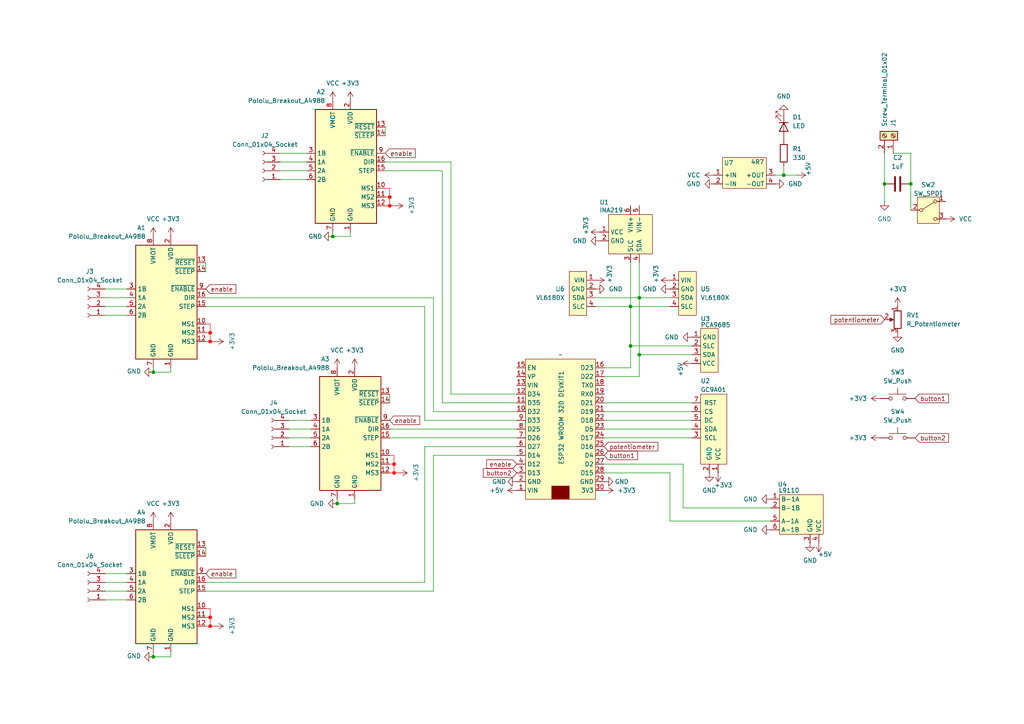
<source format=kicad_sch>
(kicad_sch (version 20231120) (generator "eeschema") (generator_version "8.0")
  (paper "A4")
  (title_block (title "Main robot pcb") (date "2025-02-21") (rev "v1.0") (company "Nantrobot") (comment 4 "Author: Alexis MORICE"))
  (lib_symbols
    (symbol "Connector:Conn_01x04_Socket" (pin_names (offset 1.016) hide)
      (property "Reference" "J" (at 0 5.08 0))
      (property "Value" "Conn_01x04_Socket" (at 0 -7.62 0))
      (symbol "Conn_01x04_Socket_1_1"
        (arc (start 0 -4.572) (mid -0.5058 -5.08) (end 0 -5.588) (stroke (width 0.1524)))
        (arc (start 0 -2.032) (mid -0.5058 -2.54) (end 0 -3.048) (stroke (width 0.1524)))
        (polyline (pts (xy -1.27 -5.08) (xy -0.508 -5.08)) (stroke (width 0.1524)))
        (polyline (pts (xy -1.27 -2.54) (xy -0.508 -2.54)) (stroke (width 0.1524)))
        (polyline (pts (xy -1.27 0) (xy -0.508 0)) (stroke (width 0.1524)))
        (polyline (pts (xy -1.27 2.54) (xy -0.508 2.54)) (stroke (width 0.1524)))
        (arc (start 0 0.508) (mid -0.5058 0) (end 0 -0.508) (stroke (width 0.1524)))
        (arc (start 0 3.048) (mid -0.5058 2.54) (end 0 2.032) (stroke (width 0.1524)))
        (pin passive line (at -5.08 2.54 0) (length 3.81) (name "Pin_1") (number "1"))
        (pin passive line (at -5.08 0 0) (length 3.81) (name "Pin_2") (number "2"))
        (pin passive line (at -5.08 -2.54 0) (length 3.81) (name "Pin_3") (number "3"))
        (pin passive line (at -5.08 -5.08 0) (length 3.81) (name "Pin_4") (number "4"))
      )
    )
    (symbol "Connector:Screw_Terminal_01x02" (pin_names (offset 1.016) hide)
      (property "Reference" "J" (at 0 2.54 0))
      (property "Value" "Screw_Terminal_01x02" (at 0 -5.08 0))
      (symbol "Screw_Terminal_01x02_1_1"
        (rectangle (start -1.27 1.27) (end 1.27 -3.81) (stroke (width 0.254)) (fill (type background)))
        (circle (center 0 -2.54) (radius 0.635) (stroke (width 0.1524)))
        (polyline (pts (xy -0.5334 -2.2098) (xy 0.3302 -3.048)) (stroke (width 0.1524)))
        (polyline (pts (xy -0.5334 0.3302) (xy 0.3302 -0.508)) (stroke (width 0.1524)))
        (polyline (pts (xy -0.3556 -2.032) (xy 0.508 -2.8702)) (stroke (width 0.1524)))
        (polyline (pts (xy -0.3556 0.508) (xy 0.508 -0.3302)) (stroke (width 0.1524)))
        (circle (center 0 0) (radius 0.635) (stroke (width 0.1524)))
        (pin passive line (at -5.08 0 0) (length 3.81) (name "Pin_1") (number "1"))
        (pin passive line (at -5.08 -2.54 0) (length 3.81) (name "Pin_2") (number "2"))
      )
    )
    (symbol "Device:C" (pin_numbers hide) (pin_names (offset 0.254))
      (property "Reference" "C" (at 0.635 2.54 0))
      (property "Value" "C" (at 0.635 -2.54 0))
      (symbol "C_0_1"
        (polyline (pts (xy -2.032 -0.762) (xy 2.032 -0.762)) (stroke (width 0.508)))
        (polyline (pts (xy -2.032 0.762) (xy 2.032 0.762)) (stroke (width 0.508)))
      )
      (symbol "C_1_1"
        (pin passive line (at 0 3.81 270) (length 2.794) (name "~") (number "1"))
        (pin passive line (at 0 -3.81 90) (length 2.794) (name "~") (number "2"))
      )
    )
    (symbol "Device:LED" (pin_numbers hide) (pin_names (offset 1.016) hide)
      (property "Reference" "D" (at 0 2.54 0))
      (property "Value" "LED" (at 0 -2.54 0))
      (symbol "LED_0_1"
        (polyline (pts (xy -1.27 -1.27) (xy -1.27 1.27)) (stroke (width 0.254)))
        (polyline (pts (xy -1.27 0) (xy 1.27 0)))
        (polyline (pts (xy 1.27 -1.27) (xy 1.27 1.27) (xy -1.27 0) (xy 1.27 -1.27)) (stroke (width 0.254)))
        (polyline (pts (xy -3.048 -0.762) (xy -4.572 -2.286) (xy -3.81 -2.286) (xy -4.572 -2.286) (xy -4.572 -1.524)))
        (polyline (pts (xy -1.778 -0.762) (xy -3.302 -2.286) (xy -2.54 -2.286) (xy -3.302 -2.286) (xy -3.302 -1.524)))
      )
      (symbol "LED_1_1"
        (pin passive line (at -3.81 0 0) (length 2.54) (name "K") (number "1"))
        (pin passive line (at 3.81 0 180) (length 2.54) (name "A") (number "2"))
      )
    )
    (symbol "Device:R" (pin_numbers hide) (pin_names (offset 0))
      (property "Reference" "R" (at 2.032 0 90))
      (property "Value" "R" (at 0 0 90))
      (symbol "R_0_1"
        (rectangle (start -1.016 -2.54) (end 1.016 2.54) (stroke (width 0.254)))
      )
      (symbol "R_1_1"
        (pin passive line (at 0 3.81 270) (length 1.27) (name "~") (number "1"))
        (pin passive line (at 0 -3.81 90) (length 1.27) (name "~") (number "2"))
      )
    )
    (symbol "Device:R_Potentiometer" (pin_names (offset 1.016) hide)
      (property "Reference" "RV" (at -4.445 0 90))
      (property "Value" "R_Potentiometer" (at -2.54 0 90))
      (symbol "R_Potentiometer_0_1"
        (polyline (pts (xy 2.54 0) (xy 1.524 0)))
        (polyline (pts (xy 1.143 0) (xy 2.286 0.508) (xy 2.286 -0.508) (xy 1.143 0)) (fill (type outline)))
        (rectangle (start 1.016 2.54) (end -1.016 -2.54) (stroke (width 0.254)))
      )
      (symbol "R_Potentiometer_1_1"
        (pin passive line (at 0 3.81 270) (length 1.27) (name "1") (number "1"))
        (pin passive line (at 3.81 0 180) (length 1.27) (name "2") (number "2"))
        (pin passive line (at 0 -3.81 90) (length 1.27) (name "3") (number "3"))
      )
    )
    (symbol "Driver_Motor:Pololu_Breakout_A4988"
      (property "Reference" "A3" (at 7.2741 20.32 0))
      (property "Value" "Pololu_Breakout_A4988" (at 7.2741 17.78 0))
      (symbol "Pololu_Breakout_A4988_0_1"
        (rectangle (start 10.16 -17.78) (end -7.62 15.24) (stroke (width 0.254)) (fill (type background)))
      )
      (symbol "Pololu_Breakout_A4988_1_1"
        (pin power_in line (at 0 -20.32 90) (length 2.54) (name "GND") (number "1"))
        (pin input line (at -10.16 -7.62 0) (length 2.54) (name "MS1") (number "10"))
        (pin input line (at -10.16 -10.16 0) (length 2.54) (name "MS2") (number "11"))
        (pin input line (at -10.16 -12.7 0) (length 2.54) (name "MS3") (number "12"))
        (pin input line (at -10.16 10.16 0) (length 2.54) (name "~{RESET}") (number "13"))
        (pin input line (at -10.16 7.62 0) (length 2.54) (name "~{SLEEP}") (number "14"))
        (pin input line (at -10.16 -2.54 0) (length 2.54) (name "STEP") (number "15"))
        (pin input line (at -10.16 0 0) (length 2.54) (name "DIR") (number "16"))
        (pin power_in line (at 0 17.78 270) (length 2.54) (name "VDD") (number "2"))
        (pin output line (at 12.7 2.54 180) (length 2.54) (name "1B") (number "3"))
        (pin output line (at 12.7 0 180) (length 2.54) (name "1A") (number "4"))
        (pin output line (at 12.7 -2.54 180) (length 2.54) (name "2A") (number "5"))
        (pin output line (at 12.7 -5.08 180) (length 2.54) (name "2B") (number "6"))
        (pin power_in line (at 5.08 -20.32 90) (length 2.54) (name "GND") (number "7"))
        (pin power_in line (at 5.08 17.78 270) (length 2.54) (name "VMOT") (number "8"))
        (pin input line (at -10.16 2.54 0) (length 2.54) (name "~{ENABLE}") (number "9"))
      )
    )
    (symbol "ECN:4R7"
      (property "Reference" "U" (at -5.08 3.556 0))
      (property "Value" "4R7" (at 4.064 3.556 0))
      (symbol "4R7_1_1"
        (rectangle (start -6.35 5.08) (end 6.35 -3.81) (fill (type background)))
        (pin input line (at -8.89 0 0) (length 2.54) (name "+IN") (number "1"))
        (pin input line (at -8.89 -2.54 0) (length 2.54) (name "-IN") (number "2"))
        (pin input line (at 8.89 0 180) (length 2.54) (name "+OUT") (number "3"))
        (pin input line (at 8.89 -2.54 180) (length 2.54) (name "-OUT") (number "4"))
      )
    )
    (symbol "ECN:GC9A01" (pin_names (offset 1.016))
      (property "Reference" "U" (at -2.794 13.97 0))
      (property "Value" "GC9A01" (at 0.254 11.43 0))
      (symbol "GC9A01_1_1"
        (rectangle (start -3.81 10.16) (end 3.81 -10.16) (fill (type background)))
        (pin input line (at 1.27 -12.7 90) (length 2.54) (name "VCC") (number "1"))
        (pin input line (at -1.27 -12.7 90) (length 2.54) (name "GND") (number "2"))
        (pin input line (at -6.35 -2.54 0) (length 2.54) (name "SCL") (number "3"))
        (pin input line (at -6.35 0 0) (length 2.54) (name "SDA") (number "4"))
        (pin input line (at -6.35 2.54 0) (length 2.54) (name "DC") (number "5"))
        (pin input line (at -6.35 5.08 0) (length 2.54) (name "CS") (number "6"))
        (pin input line (at -6.35 7.62 0) (length 2.54) (name "RST") (number "7"))
      )
    )
    (symbol "ECN:INA219_DC_current_sensor"
      (property "Reference" "U" (at -6.858 13.97 0))
      (property "Value" "INA219" (at 0.762 13.716 0))
      (symbol "INA219_DC_current_sensor_1_1"
        (rectangle (start -7.62 12.7) (end 3.81 0) (fill (type background)))
        (pin input line (at -2.54 -2.54 90) (length 2.54) (name "VCC") (number "1"))
        (pin input line (at 0 -2.54 90) (length 2.54) (name "GND") (number "2"))
        (pin input line (at 6.35 6.35 180) (length 2.54) (name "SLC") (number "3"))
        (pin input line (at 6.35 8.89 180) (length 2.54) (name "SDA") (number "4"))
        (pin input line (at -10.16 8.89 0) (length 2.54) (name "VIN-") (number "5"))
        (pin input line (at -10.16 6.35 0) (length 2.54) (name "VIN+") (number "6"))
      )
    )
    (symbol "ECN:L9110"
      (property "Reference" "U" (at -0.762 4.572 0))
      (property "Value" "L9110" (at 1.524 2.54 0))
      (symbol "L9110_1_1"
        (rectangle (start -1.27 1.27) (end 11.43 -10.16) (fill (type background)))
        (pin input line (at -3.81 0 0) (length 2.54) (name "B-1A") (number "1"))
        (pin input line (at -3.81 -2.54 0) (length 2.54) (name "B-1B") (number "2"))
        (pin input line (at 7.62 -12.7 90) (length 2.54) (name "GND") (number "3"))
        (pin input line (at 10.16 -12.7 90) (length 2.54) (name "VCC") (number "4"))
        (pin input line (at -3.81 -6.35 0) (length 2.54) (name "A-1A") (number "5"))
        (pin input line (at -3.81 -8.89 0) (length 2.54) (name "A-1B") (number "6"))
      )
    )
    (symbol "ECN:PCA9685"
      (property "Reference" "U" (at -0.762 9.398 0))
      (property "Value" "PCA9685" (at 2.794 7.366 0))
      (symbol "PCA9685_1_1"
        (rectangle (start -1.27 6.35) (end 3.81 -6.35) (fill (type background)))
        (pin input line (at -3.81 3.81 0) (length 2.54) (name "GND") (number "1"))
        (pin input line (at -3.81 1.27 0) (length 2.54) (name "SLC") (number "2"))
        (pin input line (at -3.81 -1.27 0) (length 2.54) (name "SDA") (number "3"))
        (pin input line (at -3.81 -3.81 0) (length 2.54) (name "VCC") (number "4"))
      )
    )
    (symbol "ECN:VL6180X"
      (property "Reference" "U" (at -0.762 9.144 0))
      (property "Value" "VL6180X" (at 2.794 7.366 0))
      (symbol "VL6180X_1_1"
        (rectangle (start -1.27 6.35) (end 3.81 -6.35) (fill (type background)))
        (pin input line (at -3.81 3.81 0) (length 2.54) (name "VIN") (number "1"))
        (pin input line (at -3.81 1.27 0) (length 2.54) (name "GND") (number "2"))
        (pin input line (at -3.81 -1.27 0) (length 2.54) (name "SDA") (number "3"))
        (pin input line (at -3.81 -3.81 0) (length 2.54) (name "SLC") (number "4"))
      )
    )
    (symbol "ECN:esp32_wroom_32D_devkit"
      (property "Reference" "ESP32 WROOM 32D DEVKIT1" (at 0.254 2.032 90))
      (property "Value" "~" (at 0 20.32 0))
      (symbol "esp32_wroom_32D_devkit_1_1"
        (rectangle (start -10.16 19.05) (end 10.16 -21.59) (fill (type background)))
        (rectangle (start -2.54 -17.78) (end 2.54 -21.59) (fill (type outline)))
        (pin power_in line (at -12.7 -19.05 0) (length 2.54) (name "VIN") (number "1"))
        (pin bidirectional line (at -12.7 3.81 0) (length 2.54) (name "D32") (number "10"))
        (pin bidirectional line (at -12.7 6.35 0) (length 2.54) (name "D35") (number "11"))
        (pin bidirectional line (at -12.7 8.89 0) (length 2.54) (name "D34") (number "12"))
        (pin power_in line (at -12.7 11.43 0) (length 2.54) (name "VIN") (number "13"))
        (pin power_out line (at -12.7 13.97 0) (length 2.54) (name "VP") (number "14"))
        (pin input line (at -12.7 16.51 0) (length 2.54) (name "EN") (number "15"))
        (pin input line (at 12.7 16.51 180) (length 2.54) (name "D23") (number "16"))
        (pin bidirectional line (at 12.7 13.97 180) (length 2.54) (name "D22") (number "17"))
        (pin bidirectional line (at 12.7 11.43 180) (length 2.54) (name "TX0") (number "18"))
        (pin bidirectional line (at 12.7 8.89 180) (length 2.54) (name "RX0") (number "19"))
        (pin bidirectional line (at -12.7 -16.51 0) (length 2.54) (name "GND") (number "2"))
        (pin bidirectional line (at 12.7 6.35 180) (length 2.54) (name "D21") (number "20"))
        (pin bidirectional line (at 12.7 3.81 180) (length 2.54) (name "D19") (number "21"))
        (pin bidirectional line (at 12.7 1.27 180) (length 2.54) (name "D18") (number "22"))
        (pin bidirectional line (at 12.7 -1.27 180) (length 2.54) (name "D5") (number "23"))
        (pin bidirectional line (at 12.7 -3.81 180) (length 2.54) (name "D17") (number "24"))
        (pin bidirectional line (at 12.7 -6.35 180) (length 2.54) (name "D16") (number "25"))
        (pin bidirectional line (at 12.7 -8.89 180) (length 2.54) (name "D4") (number "26"))
        (pin bidirectional line (at 12.7 -11.43 180) (length 2.54) (name "D2") (number "27"))
        (pin bidirectional line (at 12.7 -13.97 180) (length 2.54) (name "D15") (number "28"))
        (pin input line (at 12.7 -16.51 180) (length 2.54) (name "GND") (number "29"))
        (pin bidirectional line (at -12.7 -13.97 0) (length 2.54) (name "D13") (number "3"))
        (pin power_out line (at 12.7 -19.05 180) (length 2.54) (name "3V3") (number "30"))
        (pin bidirectional line (at -12.7 -11.43 0) (length 2.54) (name "D12") (number "4"))
        (pin bidirectional line (at -12.7 -8.89 0) (length 2.54) (name "D14") (number "5"))
        (pin bidirectional line (at -12.7 -6.35 0) (length 2.54) (name "D27") (number "6"))
        (pin bidirectional line (at -12.7 -3.81 0) (length 2.54) (name "D26") (number "7"))
        (pin bidirectional line (at -12.7 -1.27 0) (length 2.54) (name "D25") (number "8"))
        (pin bidirectional line (at -12.7 1.27 0) (length 2.54) (name "D33") (number "9"))
      )
    )
    (symbol "Pololu_Breakout_A4988_1"
      (property "Reference" "A1" (at 7.2741 20.32 0))
      (property "Value" "Pololu_Breakout_A4988" (at 7.2741 17.78 0))
      (symbol "Pololu_Breakout_A4988_1_0_1"
        (rectangle (start 10.16 -17.78) (end -7.62 15.24) (stroke (width 0.254)) (fill (type background)))
      )
      (symbol "Pololu_Breakout_A4988_1_1_1"
        (pin power_in line (at 0 -20.32 90) (length 2.54) (name "GND") (number "1"))
        (pin input line (at -10.16 -7.62 0) (length 2.54) (name "MS1") (number "10"))
        (pin input line (at -10.16 -10.16 0) (length 2.54) (name "MS2") (number "11"))
        (pin input line (at -10.16 -12.7 0) (length 2.54) (name "MS3") (number "12"))
        (pin input line (at -10.16 10.16 0) (length 2.54) (name "~{RESET}") (number "13"))
        (pin input line (at -10.16 7.62 0) (length 2.54) (name "~{SLEEP}") (number "14"))
        (pin input line (at -10.16 -2.54 0) (length 2.54) (name "STEP") (number "15"))
        (pin input line (at -10.16 0 0) (length 2.54) (name "DIR") (number "16"))
        (pin power_in line (at 0 17.78 270) (length 2.54) (name "VDD") (number "2"))
        (pin output line (at 12.7 2.54 180) (length 2.54) (name "1B") (number "3"))
        (pin output line (at 12.7 0 180) (length 2.54) (name "1A") (number "4"))
        (pin output line (at 12.7 -2.54 180) (length 2.54) (name "2A") (number "5"))
        (pin output line (at 12.7 -5.08 180) (length 2.54) (name "2B") (number "6"))
        (pin power_in line (at 5.08 -20.32 90) (length 2.54) (name "GND") (number "7"))
        (pin power_in line (at 5.08 17.78 270) (length 2.54) (name "VMOT") (number "8"))
        (pin input line (at -10.16 2.54 0) (length 2.54) (name "~{ENABLE}") (number "9"))
      )
    )
    (symbol "Pololu_Breakout_A4988_2"
      (property "Reference" "A2" (at 7.2741 20.32 0))
      (property "Value" "Pololu_Breakout_A4988" (at 7.2741 17.78 0))
      (symbol "Pololu_Breakout_A4988_2_0_1"
        (rectangle (start 10.16 -17.78) (end -7.62 15.24) (stroke (width 0.254)) (fill (type background)))
      )
      (symbol "Pololu_Breakout_A4988_2_1_1"
        (pin power_in line (at 0 -20.32 90) (length 2.54) (name "GND") (number "1"))
        (pin input line (at -10.16 -7.62 0) (length 2.54) (name "MS1") (number "10"))
        (pin input line (at -10.16 -10.16 0) (length 2.54) (name "MS2") (number "11"))
        (pin input line (at -10.16 -12.7 0) (length 2.54) (name "MS3") (number "12"))
        (pin input line (at -10.16 10.16 0) (length 2.54) (name "~{RESET}") (number "13"))
        (pin input line (at -10.16 7.62 0) (length 2.54) (name "~{SLEEP}") (number "14"))
        (pin input line (at -10.16 -2.54 0) (length 2.54) (name "STEP") (number "15"))
        (pin input line (at -10.16 0 0) (length 2.54) (name "DIR") (number "16"))
        (pin power_in line (at 0 17.78 270) (length 2.54) (name "VDD") (number "2"))
        (pin output line (at 12.7 2.54 180) (length 2.54) (name "1B") (number "3"))
        (pin output line (at 12.7 0 180) (length 2.54) (name "1A") (number "4"))
        (pin output line (at 12.7 -2.54 180) (length 2.54) (name "2A") (number "5"))
        (pin output line (at 12.7 -5.08 180) (length 2.54) (name "2B") (number "6"))
        (pin power_in line (at 5.08 -20.32 90) (length 2.54) (name "GND") (number "7"))
        (pin power_in line (at 5.08 17.78 270) (length 2.54) (name "VMOT") (number "8"))
        (pin input line (at -10.16 2.54 0) (length 2.54) (name "~{ENABLE}") (number "9"))
      )
    )
    (symbol "Switch:SW_Push" (pin_numbers hide) (pin_names (offset 1.016) hide)
      (property "Reference" "SW" (at 1.27 2.54 0))
      (property "Value" "SW_Push" (at 0 -1.524 0))
      (symbol "SW_Push_0_1"
        (circle (center -2.032 0) (radius 0.508))
        (polyline (pts (xy 0 1.27) (xy 0 3.048)))
        (polyline (pts (xy 2.54 1.27) (xy -2.54 1.27)))
        (circle (center 2.032 0) (radius 0.508))
        (pin passive line (at -5.08 0 0) (length 2.54) (name "1") (number "1"))
        (pin passive line (at 5.08 0 180) (length 2.54) (name "2") (number "2"))
      )
    )
    (symbol "Switch:SW_SPDT" (pin_names (offset 0) hide)
      (property "Reference" "SW" (at 0 5.08 0))
      (property "Value" "SW_SPDT" (at 0 -5.08 0))
      (symbol "SW_SPDT_0_1"
        (circle (center -2.032 0) (radius 0.4572))
        (polyline (pts (xy -1.651 0.254) (xy 1.651 2.286)))
        (circle (center 2.032 -2.54) (radius 0.4572))
        (circle (center 2.032 2.54) (radius 0.4572))
      )
      (symbol "SW_SPDT_1_1"
        (rectangle (start -3.175 3.81) (end 3.175 -3.81) (fill (type background)))
        (pin passive line (at 5.08 2.54 180) (length 2.54) (name "A") (number "1"))
        (pin passive line (at -5.08 0 0) (length 2.54) (name "B") (number "2"))
        (pin passive line (at 5.08 -2.54 180) (length 2.54) (name "C") (number "3"))
      )
    )
    (symbol "power:+3V3" (power) (pin_numbers hide) (pin_names (offset 0) hide)
      (property "Value" "+3V3" (at 0 3.556 0))
      (symbol "+3V3_0_1"
        (polyline (pts (xy -0.762 1.27) (xy 0 2.54)))
        (polyline (pts (xy 0 0) (xy 0 2.54)))
        (polyline (pts (xy 0 2.54) (xy 0.762 1.27)))
      )
      (symbol "+3V3_1_1"
        (pin power_in line (at 0 0 90) (length 0) (name "~") (number "1"))
      )
    )
    (symbol "power:+5V" (power) (pin_numbers hide) (pin_names (offset 0) hide)
      (property "Value" "+5V" (at 0 3.556 0))
      (symbol "+5V_0_1"
        (polyline (pts (xy -0.762 1.27) (xy 0 2.54)))
        (polyline (pts (xy 0 0) (xy 0 2.54)))
        (polyline (pts (xy 0 2.54) (xy 0.762 1.27)))
      )
      (symbol "+5V_1_1"
        (pin power_in line (at 0 0 90) (length 0) (name "~") (number "1"))
      )
    )
    (symbol "power:GND" (power) (pin_numbers hide) (pin_names (offset 0) hide)
      (property "Value" "GND" (at 0 -3.81 0))
      (symbol "GND_0_1"
        (polyline (pts (xy 0 0) (xy 0 -1.27) (xy 1.27 -1.27) (xy 0 -2.54) (xy -1.27 -1.27) (xy 0 -1.27)))
      )
      (symbol "GND_1_1"
        (pin power_in line (at 0 0 270) (length 0) (name "~") (number "1"))
      )
    )
    (symbol "power:VCC" (power) (pin_numbers hide) (pin_names (offset 0) hide)
      (property "Value" "VCC" (at 0 3.556 0))
      (symbol "VCC_0_1"
        (polyline (pts (xy -0.762 1.27) (xy 0 2.54)))
        (polyline (pts (xy 0 0) (xy 0 2.54)))
        (polyline (pts (xy 0 2.54) (xy 0.762 1.27)))
      )
      (symbol "VCC_1_1"
        (pin power_in line (at 0 0 90) (length 0) (name "~") (number "1"))
      )
    )
  )
  (junction (at 60.96 181.61) (color 255 12 16 1))
  (junction (at 256.54 53.34))
  (junction (at 114.3 134.62) (color 255 12 16 1))
  (junction (at 182.88 88.9))
  (junction (at 264.16 53.34))
  (junction (at 44.45 190.5))
  (junction (at 60.96 99.06) (color 255 12 16 1))
  (junction (at 97.79 146.05))
  (junction (at 182.88 100.33))
  (junction (at 113.03 57.15) (color 255 12 16 1))
  (junction (at 113.03 59.69) (color 255 12 16 1))
  (junction (at 227.33 50.8))
  (junction (at 60.96 179.07) (color 255 12 16 1))
  (junction (at 185.42 102.87))
  (junction (at 60.96 96.52) (color 255 12 16 1))
  (junction (at 44.45 107.95))
  (junction (at 96.52 68.58))
  (junction (at 185.42 86.36))
  (junction (at 114.3 137.16) (color 255 12 16 1))
  (wire (pts (xy 59.69 176.53) (xy 60.96 176.53)) (stroke (width 0) (color 255 8 4 1)))
  (wire (pts (xy 111.76 49.53) (xy 128.27 49.53)))
  (wire (pts (xy 114.3 59.69) (xy 113.03 59.69)) (stroke (width 0) (color 255 10 4 1)))
  (wire (pts (xy 111.76 46.99) (xy 130.81 46.99)))
  (wire (pts (xy 264.16 60.96) (xy 264.16 53.34)))
  (wire (pts (xy 59.69 93.98) (xy 60.96 93.98)) (stroke (width 0) (color 255 8 4 1)))
  (wire (pts (xy 60.96 96.52) (xy 60.96 99.06)) (stroke (width 0) (color 255 10 4 1)))
  (wire (pts (xy 44.45 189.23) (xy 44.45 190.5)))
  (wire (pts (xy 231.14 50.8) (xy 227.33 50.8)))
  (wire (pts (xy 30.48 173.99) (xy 36.83 173.99)))
  (wire (pts (xy 81.28 52.07) (xy 88.9 52.07)))
  (wire (pts (xy 83.82 124.46) (xy 90.17 124.46)))
  (wire (pts (xy 49.53 189.23) (xy 49.53 190.5)))
  (wire (pts (xy 256.54 44.45) (xy 256.54 53.34)))
  (wire (pts (xy 62.23 181.61) (xy 60.96 181.61)) (stroke (width 0) (color 255 10 4 1)))
  (wire (pts (xy 60.96 96.52) (xy 59.69 96.52)) (stroke (width 0) (color 255 10 4 1)))
  (wire (pts (xy 175.26 119.38) (xy 200.66 119.38)))
  (wire (pts (xy 264.16 44.45) (xy 264.16 53.34)))
  (wire (pts (xy 185.42 102.87) (xy 200.66 102.87)))
  (wire (pts (xy 114.3 134.62) (xy 114.3 137.16)) (stroke (width 0) (color 255 10 4 1)))
  (wire (pts (xy 114.3 132.08) (xy 114.3 134.62)) (stroke (width 0) (color 255 10 4 1)))
  (wire (pts (xy 175.26 124.46) (xy 200.66 124.46)))
  (wire (pts (xy 125.73 171.45) (xy 125.73 132.08)))
  (wire (pts (xy 182.88 100.33) (xy 200.66 100.33)))
  (wire (pts (xy 44.45 106.68) (xy 44.45 107.95)))
  (wire (pts (xy 49.53 106.68) (xy 49.53 107.95)))
  (wire (pts (xy 83.82 121.92) (xy 90.17 121.92)))
  (wire (pts (xy 113.03 114.3) (xy 113.03 116.84)))
  (wire (pts (xy 60.96 179.07) (xy 59.69 179.07)) (stroke (width 0) (color 255 10 4 1)))
  (wire (pts (xy 81.28 49.53) (xy 88.9 49.53)))
  (wire (pts (xy 194.31 88.9) (xy 182.88 88.9)))
  (wire (pts (xy 113.03 57.15) (xy 111.76 57.15)) (stroke (width 0) (color 255 10 4 1)))
  (wire (pts (xy 113.03 132.08) (xy 114.3 132.08)) (stroke (width 0) (color 255 8 4 1)))
  (wire (pts (xy 81.28 44.45) (xy 88.9 44.45)))
  (wire (pts (xy 83.82 127) (xy 90.17 127)))
  (wire (pts (xy 97.79 144.78) (xy 97.79 146.05)))
  (wire (pts (xy 198.12 147.32) (xy 223.52 147.32)))
  (wire (pts (xy 185.42 76.2) (xy 185.42 86.36)))
  (wire (pts (xy 115.57 137.16) (xy 114.3 137.16)) (stroke (width 0) (color 255 10 4 1)))
  (wire (pts (xy 60.96 99.06) (xy 59.69 99.06)) (stroke (width 0) (color 255 10 4 1)))
  (wire (pts (xy 175.26 116.84) (xy 200.66 116.84)))
  (wire (pts (xy 96.52 67.31) (xy 96.52 68.58)))
  (wire (pts (xy 59.69 86.36) (xy 125.73 86.36)))
  (wire (pts (xy 185.42 86.36) (xy 194.31 86.36)))
  (wire (pts (xy 111.76 36.83) (xy 111.76 39.37)))
  (wire (pts (xy 113.03 57.15) (xy 113.03 59.69)) (stroke (width 0) (color 255 10 4 1)))
  (wire (pts (xy 59.69 158.75) (xy 59.69 161.29)))
  (wire (pts (xy 59.69 88.9) (xy 123.19 88.9)))
  (wire (pts (xy 113.03 59.69) (xy 111.76 59.69)) (stroke (width 0) (color 255 10 4 1)))
  (wire (pts (xy 185.42 109.22) (xy 175.26 109.22)))
  (wire (pts (xy 125.73 119.38) (xy 149.86 119.38)))
  (wire (pts (xy 30.48 166.37) (xy 36.83 166.37)))
  (wire (pts (xy 123.19 129.54) (xy 149.86 129.54)))
  (wire (pts (xy 114.3 137.16) (xy 113.03 137.16)) (stroke (width 0) (color 255 10 4 1)))
  (wire (pts (xy 60.96 176.53) (xy 60.96 179.07)) (stroke (width 0) (color 255 10 4 1)))
  (wire (pts (xy 113.03 124.46) (xy 149.86 124.46)))
  (wire (pts (xy 123.19 88.9) (xy 123.19 121.92)))
  (wire (pts (xy 113.03 54.61) (xy 113.03 57.15)) (stroke (width 0) (color 255 10 4 1)))
  (wire (pts (xy 194.31 137.16) (xy 194.31 151.13)))
  (wire (pts (xy 175.26 137.16) (xy 194.31 137.16)))
  (wire (pts (xy 175.26 127) (xy 200.66 127)))
  (wire (pts (xy 101.6 67.31) (xy 101.6 68.58)))
  (wire (pts (xy 130.81 114.3) (xy 149.86 114.3)))
  (wire (pts (xy 259.08 44.45) (xy 264.16 44.45)))
  (wire (pts (xy 185.42 102.87) (xy 185.42 109.22)))
  (wire (pts (xy 30.48 83.82) (xy 36.83 83.82)))
  (wire (pts (xy 185.42 86.36) (xy 185.42 102.87)))
  (wire (pts (xy 44.45 190.5) (xy 49.53 190.5)))
  (wire (pts (xy 227.33 50.8) (xy 224.79 50.8)))
  (wire (pts (xy 182.88 88.9) (xy 182.88 100.33)))
  (wire (pts (xy 30.48 86.36) (xy 36.83 86.36)))
  (wire (pts (xy 81.28 46.99) (xy 88.9 46.99)))
  (wire (pts (xy 172.72 88.9) (xy 182.88 88.9)))
  (wire (pts (xy 123.19 168.91) (xy 123.19 129.54)))
  (wire (pts (xy 125.73 132.08) (xy 149.86 132.08)))
  (wire (pts (xy 83.82 129.54) (xy 90.17 129.54)))
  (wire (pts (xy 130.81 46.99) (xy 130.81 114.3)))
  (wire (pts (xy 175.26 121.92) (xy 200.66 121.92)))
  (wire (pts (xy 96.52 68.58) (xy 101.6 68.58)))
  (wire (pts (xy 182.88 106.68) (xy 175.26 106.68)))
  (wire (pts (xy 227.33 48.26) (xy 227.33 50.8)))
  (wire (pts (xy 60.96 181.61) (xy 59.69 181.61)) (stroke (width 0) (color 255 10 4 1)))
  (wire (pts (xy 59.69 171.45) (xy 125.73 171.45)))
  (wire (pts (xy 62.23 99.06) (xy 60.96 99.06)) (stroke (width 0) (color 255 10 4 1)))
  (wire (pts (xy 198.12 134.62) (xy 198.12 147.32)))
  (wire (pts (xy 60.96 179.07) (xy 60.96 181.61)) (stroke (width 0) (color 255 10 4 1)))
  (wire (pts (xy 97.79 146.05) (xy 102.87 146.05)))
  (wire (pts (xy 128.27 116.84) (xy 149.86 116.84)))
  (wire (pts (xy 111.76 54.61) (xy 113.03 54.61)) (stroke (width 0) (color 255 8 4 1)))
  (wire (pts (xy 30.48 88.9) (xy 36.83 88.9)))
  (wire (pts (xy 59.69 168.91) (xy 123.19 168.91)))
  (wire (pts (xy 30.48 171.45) (xy 36.83 171.45)))
  (wire (pts (xy 59.69 76.2) (xy 59.69 78.74)))
  (wire (pts (xy 113.03 127) (xy 149.86 127)))
  (wire (pts (xy 194.31 151.13) (xy 223.52 151.13)))
  (wire (pts (xy 182.88 76.2) (xy 182.88 88.9)))
  (wire (pts (xy 128.27 49.53) (xy 128.27 116.84)))
  (wire (pts (xy 123.19 121.92) (xy 149.86 121.92)))
  (wire (pts (xy 60.96 93.98) (xy 60.96 96.52)) (stroke (width 0) (color 255 10 4 1)))
  (wire (pts (xy 175.26 134.62) (xy 198.12 134.62)))
  (wire (pts (xy 172.72 86.36) (xy 185.42 86.36)))
  (wire (pts (xy 44.45 107.95) (xy 49.53 107.95)))
  (wire (pts (xy 102.87 144.78) (xy 102.87 146.05)))
  (wire (pts (xy 256.54 53.34) (xy 256.54 58.42)))
  (wire (pts (xy 30.48 91.44) (xy 36.83 91.44)))
  (wire (pts (xy 114.3 134.62) (xy 113.03 134.62)) (stroke (width 0) (color 255 10 4 1)))
  (wire (pts (xy 30.48 168.91) (xy 36.83 168.91)))
  (wire (pts (xy 125.73 86.36) (xy 125.73 119.38)))
  (wire (pts (xy 182.88 100.33) (xy 182.88 106.68)))
  (global_label "potentiometer" (shape input) (at 175.26 129.54 0) (property "Intersheetrefs" "${INTERSHEET_REFS}" (effects (hide yes))))
  (global_label "button1" (shape input) (at 175.26 132.08 0) (property "Intersheetrefs" "${INTERSHEET_REFS}" (effects (hide yes))))
  (global_label "enable" (shape input) (at 111.76 44.45 0) (property "Intersheetrefs" "${INTERSHEET_REFS}" (effects (hide yes))))
  (global_label "button1" (shape input) (at 265.43 115.57 0) (property "Intersheetrefs" "${INTERSHEET_REFS}" (effects (hide yes))))
  (global_label "enable" (shape input) (at 59.69 166.37 0) (property "Intersheetrefs" "${INTERSHEET_REFS}" (effects (hide yes))))
  (global_label "button2" (shape input) (at 149.86 137.16 180) (property "Intersheetrefs" "${INTERSHEET_REFS}" (effects (hide yes))))
  (global_label "enable" (shape input) (at 59.69 83.82 0) (property "Intersheetrefs" "${INTERSHEET_REFS}" (effects (hide yes))))
  (global_label "enable" (shape input) (at 113.03 121.92 0) (property "Intersheetrefs" "${INTERSHEET_REFS}" (effects (hide yes))))
  (global_label "enable" (shape input) (at 149.86 134.62 180) (property "Intersheetrefs" "${INTERSHEET_REFS}" (effects (hide yes))))
  (global_label "button2" (shape input) (at 265.43 127 0) (property "Intersheetrefs" "${INTERSHEET_REFS}" (effects (hide yes))))
  (global_label "potentiometer" (shape input) (at 256.54 92.71 180) (property "Intersheetrefs" "${INTERSHEET_REFS}" (effects (hide yes))))
  (symbol (lib_id "power:GND") (at 200.66 97.79 270) (unit 1)
    (property "Reference" "#PWR022" (effects (hide yes)))
    (property "Value" "GND" (at 196.85 97.7899 90) (effects (justify right)))
    (property "Description" "Power symbol creates a global label with name \"GND\" , ground" (effects (hide yes)))
  )
  (symbol (lib_id "power:GND") (at 234.95 157.48 0) (unit 1)
    (property "Reference" "#PWR020" (effects (hide yes)))
    (property "Value" "GND" (at 234.95 162.56 0))
    (property "Description" "Power symbol creates a global label with name \"GND\" , ground" (effects (hide yes)))
  )
  (symbol (lib_id "power:+3V3") (at 260.35 88.9 0) (unit 1)
    (property "Reference" "#PWR031" (effects (hide yes)))
    (property "Value" "+3V3" (at 260.35 83.82 0))
    (property "Description" "Power symbol creates a global label with name \"+3V3\"" (effects (hide yes)))
  )
  (symbol (lib_id "power:VCC") (at 207.01 50.8 90) (unit 1)
    (property "Reference" "#PWR039" (effects (hide yes)))
    (property "Value" "VCC" (at 203.2 50.7999 90) (effects (justify left)))
    (property "Description" "Power symbol creates a global label with name \"VCC\"" (effects (hide yes)))
  )
  (symbol (lib_id "Connector:Conn_01x04_Socket") (at 25.4 88.9 180) (unit 1)
    (property "Reference" "J3" (at 26.035 78.74 0))
    (property "Value" "Conn_01x04_Socket" (at 26.035 81.28 0))
    (property "Footprint" "Connector_JST:JST_XH_B4B-XH-A_1x04_P2.50mm_Vertical" (effects (hide yes)))
    (property "Description" "Generic connector, single row, 01x04, script generated" (effects (hide yes)))
  )
  (symbol (lib_id "power:GND") (at 194.31 83.82 270) (unit 1)
    (property "Reference" "#PWR034" (effects (hide yes)))
    (property "Value" "GND" (at 190.5 83.8199 90) (effects (justify right)))
    (property "Description" "Power symbol creates a global label with name \"GND\" , ground" (effects (hide yes)))
  )
  (symbol (lib_id "power:VCC") (at 97.79 106.68 0) (unit 1)
    (property "Reference" "#PWR010" (effects (hide yes)))
    (property "Value" "VCC" (at 97.79 101.6 0))
    (property "Description" "Power symbol creates a global label with name \"VCC\"" (effects (hide yes)))
  )
  (symbol (lib_id "power:GND") (at 227.33 33.02 180) (unit 1)
    (property "Reference" "#PWR041" (effects (hide yes)))
    (property "Value" "GND" (at 227.33 27.94 0))
    (property "Description" "Power symbol creates a global label with name \"GND\" , ground" (effects (hide yes)))
  )
  (symbol (lib_id "Connector:Conn_01x04_Socket") (at 25.4 171.45 180) (unit 1)
    (property "Reference" "J6" (at 26.035 161.29 0))
    (property "Value" "Conn_01x04_Socket" (at 26.035 163.83 0))
    (property "Footprint" "Connector_JST:JST_XH_B4B-XH-A_1x04_P2.50mm_Vertical" (effects (hide yes)))
    (property "Description" "Generic connector, single row, 01x04, script generated" (effects (hide yes)))
  )
  (symbol (lib_id "power:+3V3") (at 255.27 115.57 90) (unit 1)
    (property "Reference" "#PWR035" (effects (hide yes)))
    (property "Value" "+3V3" (at 251.46 115.5699 90) (effects (justify left)))
    (property "Description" "Power symbol creates a global label with name \"+3V3\"" (effects (hide yes)))
  )
  (symbol (lib_id "power:+3V3") (at 62.23 181.61 270) (mirror x) (unit 1)
    (property "Reference" "#PWR047" (effects (hide yes)))
    (property "Value" "+3V3" (at 67.31 181.61 0))
    (property "Description" "Power symbol creates a global label with name \"+3V3\"" (effects (hide yes)))
  )
  (symbol (lib_id "power:+3V3") (at 208.28 137.16 180) (unit 1)
    (property "Reference" "#PWR024" (effects (hide yes)))
    (property "Value" "+3V3" (at 209.804 140.716 0))
    (property "Description" "Power symbol creates a global label with name \"+3V3\"" (effects (hide yes)))
  )
  (symbol (lib_name "Pololu_Breakout_A4988_2") (lib_id "Driver_Motor:Pololu_Breakout_A4988") (at 101.6 46.99 0) (mirror y) (unit 1)
    (property "Reference" "A2" (at 94.3259 26.67 0) (effects (justify left)))
    (property "Value" "Pololu_Breakout_A4988" (at 94.3259 29.21 0) (effects (justify left)))
    (property "Footprint" "ECN:A4988" (effects (hide yes)))
    (property "Datasheet" "https://www.pololu.com/product/2980/pictures" (effects (hide yes)))
    (property "Description" "Pololu Breakout Board, Stepper Driver A4988" (effects (hide yes)))
  )
  (symbol (lib_id "power:+3V3") (at 173.99 67.31 90) (mirror x) (unit 1)
    (property "Reference" "#PWR015" (effects (hide yes)))
    (property "Value" "+3V3" (at 169.926 65.532 0))
    (property "Description" "Power symbol creates a global label with name \"+3V3\"" (effects (hide yes)))
  )
  (symbol (lib_id "power:+3V3") (at 114.3 59.69 270) (mirror x) (unit 1)
    (property "Reference" "#PWR09" (effects (hide yes)))
    (property "Value" "+3V3" (at 119.38 59.69 0))
    (property "Description" "Power symbol creates a global label with name \"+3V3\"" (effects (hide yes)))
  )
  (symbol (lib_id "power:GND") (at 260.35 96.52 0) (unit 1)
    (property "Reference" "#PWR032" (effects (hide yes)))
    (property "Value" "GND" (at 260.35 101.6 0))
    (property "Description" "Power symbol creates a global label with name \"GND\" , ground" (effects (hide yes)))
  )
  (symbol (lib_id "power:GND") (at 149.86 139.7 270) (unit 1)
    (property "Reference" "#PWR037" (effects (hide yes)))
    (property "Value" "GND" (at 144.78 139.7 90))
    (property "Description" "Power symbol creates a global label with name \"GND\" , ground" (effects (hide yes)))
  )
  (symbol (lib_name "Pololu_Breakout_A4988_1") (lib_id "Driver_Motor:Pololu_Breakout_A4988") (at 49.53 86.36 0) (mirror y) (unit 1)
    (property "Reference" "A1" (at 42.2559 66.04 0) (effects (justify left)))
    (property "Value" "Pololu_Breakout_A4988" (at 42.2559 68.58 0) (effects (justify left)))
    (property "Footprint" "ECN:A4988" (effects (hide yes)))
    (property "Datasheet" "https://www.pololu.com/product/2980/pictures" (effects (hide yes)))
    (property "Description" "Pololu Breakout Board, Stepper Driver A4988" (effects (hide yes)))
  )
  (symbol (lib_id "power:+3V3") (at 255.27 127 90) (unit 1)
    (property "Reference" "#PWR038" (effects (hide yes)))
    (property "Value" "+3V3" (at 251.46 126.9999 90) (effects (justify left)))
    (property "Description" "Power symbol creates a global label with name \"+3V3\"" (effects (hide yes)))
  )
  (symbol (lib_id "power:+3V3") (at 102.87 106.68 0) (mirror y) (unit 1)
    (property "Reference" "#PWR012" (effects (hide yes)))
    (property "Value" "+3V3" (at 102.87 101.6 0))
    (property "Description" "Power symbol creates a global label with name \"+3V3\"" (effects (hide yes)))
  )
  (symbol (lib_id "ECN:PCA9685") (at 204.47 101.6 0) (unit 1)
    (property "Reference" "U3" (at 203.2 92.456 0) (effects (justify left)))
    (property "Value" "PCA9685" (at 203.2 94.234 0) (effects (justify left)))
    (property "Footprint" "Connector_PinHeader_2.54mm:PinHeader_1x04_P2.54mm_Vertical" (effects (hide yes)))
  )
  (symbol (lib_id "Device:R_Potentiometer") (at 260.35 92.71 0) (mirror y) (unit 1)
    (property "Reference" "RV1" (at 262.89 91.4399 0) (effects (justify right)))
    (property "Value" "R_Potentiometer" (at 262.89 93.9799 0) (effects (justify right)))
    (property "Footprint" "Connector_PinHeader_2.54mm:PinHeader_1x03_P2.54mm_Vertical" (effects (hide yes)))
    (property "Description" "Potentiometer" (effects (hide yes)))
  )
  (symbol (lib_id "power:VCC") (at 44.45 68.58 0) (unit 1)
    (property "Reference" "#PWR05" (effects (hide yes)))
    (property "Value" "VCC" (at 44.45 63.5 0))
    (property "Description" "Power symbol creates a global label with name \"VCC\"" (effects (hide yes)))
  )
  (symbol (lib_id "power:+3V3") (at 194.31 81.28 90) (mirror x) (unit 1)
    (property "Reference" "#PWR028" (effects (hide yes)))
    (property "Value" "+3V3" (at 190.246 79.502 0))
    (property "Description" "Power symbol creates a global label with name \"+3V3\"" (effects (hide yes)))
  )
  (symbol (lib_id "power:+3V3") (at 115.57 137.16 270) (mirror x) (unit 1)
    (property "Reference" "#PWR013" (effects (hide yes)))
    (property "Value" "+3V3" (at 120.65 137.16 0))
    (property "Description" "Power symbol creates a global label with name \"+3V3\"" (effects (hide yes)))
  )
  (symbol (lib_name "Pololu_Breakout_A4988_1") (lib_id "Driver_Motor:Pololu_Breakout_A4988") (at 49.53 168.91 0) (mirror y) (unit 1)
    (property "Reference" "A4" (at 42.2559 148.59 0) (effects (justify left)))
    (property "Value" "Pololu_Breakout_A4988" (at 42.2559 151.13 0) (effects (justify left)))
    (property "Footprint" "ECN:A4988" (effects (hide yes)))
    (property "Datasheet" "https://www.pololu.com/product/2980/pictures" (effects (hide yes)))
    (property "Description" "Pololu Breakout Board, Stepper Driver A4988" (effects (hide yes)))
  )
  (symbol (lib_id "power:+3V3") (at 172.72 81.28 270) (unit 1)
    (property "Reference" "#PWR030" (effects (hide yes)))
    (property "Value" "+3V3" (at 176.784 79.502 0))
    (property "Description" "Power symbol creates a global label with name \"+3V3\"" (effects (hide yes)))
  )
  (symbol (lib_id "power:+3V3") (at 62.23 99.06 270) (mirror x) (unit 1)
    (property "Reference" "#PWR03" (effects (hide yes)))
    (property "Value" "+3V3" (at 67.31 99.06 0))
    (property "Description" "Power symbol creates a global label with name \"+3V3\"" (effects (hide yes)))
  )
  (symbol (lib_id "power:+3V3") (at 49.53 68.58 0) (mirror y) (unit 1)
    (property "Reference" "#PWR02" (effects (hide yes)))
    (property "Value" "+3V3" (at 49.53 63.5 0))
    (property "Description" "Power symbol creates a global label with name \"+3V3\"" (effects (hide yes)))
  )
  (symbol (lib_id "ECN:GC9A01") (at 207.01 124.46 0) (unit 1)
    (property "Reference" "U2" (at 203.2 110.49 0) (effects (justify left)))
    (property "Value" "GC9A01" (at 203.2 113.03 0) (effects (justify left)))
    (property "Footprint" "Connector_PinHeader_2.54mm:PinHeader_1x07_P2.54mm_Vertical" (effects (hide yes)))
  )
  (symbol (lib_id "power:+5V") (at 231.14 50.8 270) (unit 1)
    (property "Reference" "#PWR040" (effects (hide yes)))
    (property "Value" "+5V" (at 234.442 49.022 0))
    (property "Description" "Power symbol creates a global label with name \"+5V\"" (effects (hide yes)))
  )
  (symbol (lib_id "power:VCC") (at 44.45 151.13 0) (unit 1)
    (property "Reference" "#PWR044" (effects (hide yes)))
    (property "Value" "VCC" (at 44.45 146.05 0))
    (property "Description" "Power symbol creates a global label with name \"VCC\"" (effects (hide yes)))
  )
  (symbol (lib_id "power:+5V") (at 237.49 157.48 180) (unit 1)
    (property "Reference" "#PWR023" (effects (hide yes)))
    (property "Value" "+5V" (at 239.268 160.782 0))
    (property "Description" "Power symbol creates a global label with name \"+5V\"" (effects (hide yes)))
  )
  (symbol (lib_id "Switch:SW_Push") (at 260.35 115.57 0) (unit 1)
    (property "Reference" "SW3" (at 260.35 107.95 0))
    (property "Value" "SW_Push" (at 260.35 110.49 0))
    (property "Footprint" "Button_Switch_THT:SW_PUSH_6mm" (effects (hide yes)))
    (property "Description" "Push button switch, generic, two pins" (effects (hide yes)))
  )
  (symbol (lib_id "ECN:INA219_DC_current_sensor") (at 176.53 69.85 270) (unit 1)
    (property "Reference" "U1" (at 175.26 58.674 90))
    (property "Value" "INA219" (at 177.292 60.96 90))
    (property "Footprint" "ECN:INA219 DC current sensor" (effects (hide yes)))
  )
  (symbol (lib_id "power:GND") (at 223.52 153.67 270) (unit 1)
    (property "Reference" "#PWR026" (effects (hide yes)))
    (property "Value" "GND" (at 219.71 153.6699 90) (effects (justify right)))
    (property "Description" "Power symbol creates a global label with name \"GND\" , ground" (effects (hide yes)))
  )
  (symbol (lib_id "power:+5V") (at 149.86 142.24 90) (unit 1)
    (property "Reference" "#PWR025" (effects (hide yes)))
    (property "Value" "+5V" (at 146.05 142.2399 90) (effects (justify left)))
    (property "Description" "Power symbol creates a global label with name \"+5V\"" (effects (hide yes)))
  )
  (symbol (lib_id "power:+5V") (at 200.66 105.41 90) (unit 1)
    (property "Reference" "#PWR029" (effects (hide yes)))
    (property "Value" "+5V" (at 197.358 107.188 0))
    (property "Description" "Power symbol creates a global label with name \"+5V\"" (effects (hide yes)))
  )
  (symbol (lib_id "power:VCC") (at 274.32 63.5 270) (unit 1)
    (property "Reference" "#PWR019" (effects (hide yes)))
    (property "Value" "VCC" (at 278.13 63.4999 90) (effects (justify left)))
    (property "Description" "Power symbol creates a global label with name \"VCC\"" (effects (hide yes)))
  )
  (symbol (lib_id "power:GND") (at 205.74 137.16 0) (unit 1)
    (property "Reference" "#PWR021" (effects (hide yes)))
    (property "Value" "GND" (at 205.74 142.24 0))
    (property "Description" "Power symbol creates a global label with name \"GND\" , ground" (effects (hide yes)))
  )
  (symbol (lib_id "Connector:Conn_01x04_Socket") (at 76.2 49.53 180) (unit 1)
    (property "Reference" "J2" (at 76.835 39.37 0))
    (property "Value" "Conn_01x04_Socket" (at 76.835 41.91 0))
    (property "Footprint" "Connector_JST:JST_XH_B4B-XH-A_1x04_P2.50mm_Vertical" (effects (hide yes)))
    (property "Description" "Generic connector, single row, 01x04, script generated" (effects (hide yes)))
  )
  (symbol (lib_id "power:GND") (at 173.99 69.85 270) (unit 1)
    (property "Reference" "#PWR014" (effects (hide yes)))
    (property "Value" "GND" (at 170.18 69.8499 90) (effects (justify right)))
    (property "Description" "Power symbol creates a global label with name \"GND\" , ground" (effects (hide yes)))
  )
  (symbol (lib_id "power:GND") (at 207.01 53.34 270) (unit 1)
    (property "Reference" "#PWR018" (effects (hide yes)))
    (property "Value" "GND" (at 203.2 53.3399 90) (effects (justify right)))
    (property "Description" "Power symbol creates a global label with name \"GND\" , ground" (effects (hide yes)))
  )
  (symbol (lib_id "ECN:esp32_wroom_32D_devkit") (at 162.56 123.19 0) (unit 1)
    (property "Reference" "ESP32 WROOM 32D DEVKIT1" (at 162.814 121.158 90))
    (property "Value" "~" (at 162.56 102.87 0))
    (property "Footprint" "ECN:ESP32 WROOM 32D" (effects (hide yes)))
  )
  (symbol (lib_id "Device:R") (at 227.33 44.45 0) (unit 1)
    (property "Reference" "R1" (at 229.87 43.1799 0) (effects (justify left)))
    (property "Value" "330" (at 229.87 45.7199 0) (effects (justify left)))
    (property "Footprint" "Resistor_THT:R_Axial_DIN0207_L6.3mm_D2.5mm_P10.16mm_Horizontal" (effects (hide yes)))
    (property "Description" "Resistor" (effects (hide yes)))
  )
  (symbol (lib_id "power:GND") (at 97.79 146.05 270) (unit 1)
    (property "Reference" "#PWR011" (effects (hide yes)))
    (property "Value" "GND" (at 91.948 146.05 90))
    (property "Description" "Power symbol creates a global label with name \"GND\" , ground" (effects (hide yes)))
  )
  (symbol (lib_id "ECN:VL6180X") (at 198.12 85.09 0) (unit 1)
    (property "Reference" "U5" (at 203.2 83.8199 0) (effects (justify left)))
    (property "Value" "VL6180X" (at 203.2 86.3599 0) (effects (justify left)))
    (property "Footprint" "Connector_PinHeader_2.54mm:PinHeader_1x04_P2.54mm_Vertical" (effects (hide yes)))
  )
  (symbol (lib_id "ECN:L9110") (at 227.33 144.78 0) (unit 1)
    (property "Reference" "U4" (at 225.552 140.462 0) (effects (justify left)))
    (property "Value" "L9110" (at 225.806 142.24 0) (effects (justify left)))
    (property "Footprint" "ECN:L9110" (effects (hide yes)))
  )
  (symbol (lib_id "Device:LED") (at 227.33 36.83 270) (unit 1)
    (property "Reference" "D1" (at 229.87 33.9724 90) (effects (justify left)))
    (property "Value" "LED" (at 229.87 36.5124 90) (effects (justify left)))
    (property "Footprint" "LED_THT:LED_D1.8mm_W1.8mm_H2.4mm_Horizontal_O6.35mm_Z8.2mm" (effects (hide yes)))
    (property "Description" "Light emitting diode" (effects (hide yes)))
  )
  (symbol (lib_id "ECN:4R7") (at 215.9 50.8 0) (unit 1)
    (property "Reference" "U7" (at 211.328 47.244 0))
    (property "Value" "4R7" (at 219.71 46.99 0))
    (property "Footprint" "ECN:4R7" (effects (hide yes)))
  )
  (symbol (lib_id "power:GND") (at 44.45 190.5 270) (unit 1)
    (property "Reference" "#PWR045" (effects (hide yes)))
    (property "Value" "GND" (at 38.862 190.246 90))
    (property "Description" "Power symbol creates a global label with name \"GND\" , ground" (effects (hide yes)))
  )
  (symbol (lib_id "power:GND") (at 256.54 58.42 0) (unit 1)
    (property "Reference" "#PWR017" (effects (hide yes)))
    (property "Value" "GND" (at 256.54 63.5 0))
    (property "Description" "Power symbol creates a global label with name \"GND\" , ground" (effects (hide yes)))
  )
  (symbol (lib_id "power:+3V3") (at 175.26 142.24 270) (unit 1)
    (property "Reference" "#PWR01" (effects (hide yes)))
    (property "Value" "+3V3" (at 179.07 142.2399 90) (effects (justify left)))
    (property "Description" "Power symbol creates a global label with name \"+3V3\"" (effects (hide yes)))
  )
  (symbol (lib_id "power:GND") (at 224.79 53.34 90) (unit 1)
    (property "Reference" "#PWR016" (effects (hide yes)))
    (property "Value" "GND" (at 228.6 53.3399 90) (effects (justify right)))
    (property "Description" "Power symbol creates a global label with name \"GND\" , ground" (effects (hide yes)))
  )
  (symbol (lib_id "Connector:Conn_01x04_Socket") (at 78.74 127 180) (unit 1)
    (property "Reference" "J4" (at 79.375 116.84 0))
    (property "Value" "Conn_01x04_Socket" (at 79.375 119.38 0))
    (property "Footprint" "Connector_JST:JST_XH_B4B-XH-A_1x04_P2.50mm_Vertical" (effects (hide yes)))
    (property "Description" "Generic connector, single row, 01x04, script generated" (effects (hide yes)))
  )
  (symbol (lib_id "power:VCC") (at 96.52 29.21 0) (unit 1)
    (property "Reference" "#PWR06" (effects (hide yes)))
    (property "Value" "VCC" (at 96.52 24.13 0))
    (property "Description" "Power symbol creates a global label with name \"VCC\"" (effects (hide yes)))
  )
  (symbol (lib_id "Switch:SW_SPDT") (at 269.24 60.96 0) (unit 1)
    (property "Reference" "SW2" (at 269.24 53.594 0))
    (property "Value" "SW_SPDT" (at 269.24 56.134 0))
    (property "Footprint" "Button_Switch_THT:SW_XKB_DM1-16UP-1" (effects (hide yes)))
    (property "Description" "Switch, single pole double throw" (effects (hide yes)))
  )
  (symbol (lib_id "ECN:VL6180X") (at 168.91 85.09 0) (mirror y) (unit 1)
    (property "Reference" "U6" (at 163.83 83.8199 0) (effects (justify left)))
    (property "Value" "VL6180X" (at 163.83 86.3599 0) (effects (justify left)))
    (property "Footprint" "Connector_PinHeader_2.54mm:PinHeader_1x04_P2.54mm_Vertical" (effects (hide yes)))
  )
  (symbol (lib_id "Device:C") (at 260.35 53.34 90) (unit 1)
    (property "Reference" "C2" (at 260.35 45.72 90))
    (property "Value" "1uF" (at 260.35 48.26 90))
    (property "Footprint" "Capacitor_THT:C_Radial_D5.0mm_H11.0mm_P2.00mm" (effects (hide yes)))
    (property "Description" "Unpolarized capacitor" (effects (hide yes)))
  )
  (symbol (lib_id "power:GND") (at 96.52 68.58 270) (unit 1)
    (property "Reference" "#PWR07" (effects (hide yes)))
    (property "Value" "GND" (at 91.44 68.58 90))
    (property "Description" "Power symbol creates a global label with name \"GND\" , ground" (effects (hide yes)))
  )
  (symbol (lib_id "power:GND") (at 44.45 107.95 270) (unit 1)
    (property "Reference" "#PWR04" (effects (hide yes)))
    (property "Value" "GND" (at 38.862 107.696 90))
    (property "Description" "Power symbol creates a global label with name \"GND\" , ground" (effects (hide yes)))
  )
  (symbol (lib_id "power:GND") (at 223.52 144.78 270) (unit 1)
    (property "Reference" "#PWR027" (effects (hide yes)))
    (property "Value" "GND" (at 219.71 144.7799 90) (effects (justify right)))
    (property "Description" "Power symbol creates a global label with name \"GND\" , ground" (effects (hide yes)))
  )
  (symbol (lib_id "Connector:Screw_Terminal_01x02") (at 259.08 39.37 270) (mirror x) (unit 1)
    (property "Reference" "J1" (at 259.0801 36.83 0) (effects (justify left)))
    (property "Value" "Screw_Terminal_01x02" (at 256.5401 36.83 0) (effects (justify left)))
    (property "Footprint" "TerminalBlock_MetzConnect:TerminalBlock_MetzConnect_Type059_RT06302HBWC_1x02_P3.50mm_Horizontal" (effects (hide yes)))
    (property "Description" "Generic screw terminal, single row, 01x02, script generated (kicad-library-utils/schlib/autogen/connector/)" (effects (hide yes)))
  )
  (symbol (lib_id "power:+3V3") (at 101.6 29.21 0) (mirror y) (unit 1)
    (property "Reference" "#PWR08" (effects (hide yes)))
    (property "Value" "+3V3" (at 101.6 24.13 0))
    (property "Description" "Power symbol creates a global label with name \"+3V3\"" (effects (hide yes)))
  )
  (symbol (lib_id "power:GND") (at 175.26 139.7 90) (unit 1)
    (property "Reference" "#PWR036" (effects (hide yes)))
    (property "Value" "GND" (at 180.34 139.7 90))
    (property "Description" "Power symbol creates a global label with name \"GND\" , ground" (effects (hide yes)))
  )
  (symbol (lib_id "power:GND") (at 172.72 83.82 90) (mirror x) (unit 1)
    (property "Reference" "#PWR033" (effects (hide yes)))
    (property "Value" "GND" (at 176.53 83.8199 90) (effects (justify right)))
    (property "Description" "Power symbol creates a global label with name \"GND\" , ground" (effects (hide yes)))
  )
  (symbol (lib_id "power:+3V3") (at 49.53 151.13 0) (mirror y) (unit 1)
    (property "Reference" "#PWR046" (effects (hide yes)))
    (property "Value" "+3V3" (at 49.53 146.05 0))
    (property "Description" "Power symbol creates a global label with name \"+3V3\"" (effects (hide yes)))
  )
  (symbol (lib_id "Driver_Motor:Pololu_Breakout_A4988") (at 102.87 124.46 0) (mirror y) (unit 1)
    (property "Reference" "A3" (at 95.5959 104.14 0) (effects (justify left)))
    (property "Value" "Pololu_Breakout_A4988" (at 95.5959 106.68 0) (effects (justify left)))
    (property "Footprint" "ECN:A4988" (effects (hide yes)))
    (property "Datasheet" "https://www.pololu.com/product/2980/pictures" (effects (hide yes)))
    (property "Description" "Pololu Breakout Board, Stepper Driver A4988" (effects (hide yes)))
  )
  (symbol (lib_id "Switch:SW_Push") (at 260.35 127 0) (unit 1)
    (property "Reference" "SW4" (at 260.35 119.38 0))
    (property "Value" "SW_Push" (at 260.35 121.92 0))
    (property "Footprint" "Button_Switch_THT:SW_PUSH_6mm" (effects (hide yes)))
    (property "Description" "Push button switch, generic, two pins" (effects (hide yes)))
  )
)
</source>
